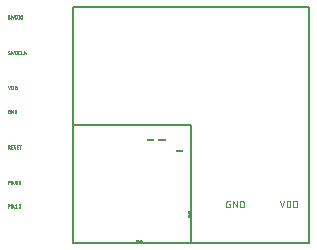
<source format=gbr>
G04 EAGLE Gerber X2 export*
%TF.Part,Single*%
%TF.FileFunction,Legend,Top,1*%
%TF.FilePolarity,Positive*%
%TF.GenerationSoftware,Autodesk,EAGLE,9.0.0*%
%TF.CreationDate,2018-06-20T01:15:49Z*%
G75*
%MOMM*%
%FSLAX34Y34*%
%LPD*%
%AMOC8*
5,1,8,0,0,1.08239X$1,22.5*%
G01*
%ADD10C,0.050800*%
%ADD11C,0.025400*%
%ADD12C,0.000000*%
%ADD13C,0.152400*%


D10*
X175254Y35842D02*
X177117Y30254D01*
X178979Y35842D01*
X181234Y35842D02*
X181234Y30254D01*
X181234Y35842D02*
X182786Y35842D01*
X182862Y35840D01*
X182938Y35835D01*
X183014Y35825D01*
X183089Y35812D01*
X183163Y35795D01*
X183237Y35775D01*
X183309Y35751D01*
X183380Y35724D01*
X183450Y35693D01*
X183518Y35659D01*
X183584Y35621D01*
X183648Y35580D01*
X183711Y35537D01*
X183771Y35490D01*
X183828Y35440D01*
X183883Y35387D01*
X183936Y35332D01*
X183986Y35275D01*
X184033Y35215D01*
X184076Y35152D01*
X184117Y35088D01*
X184155Y35022D01*
X184189Y34954D01*
X184220Y34884D01*
X184247Y34813D01*
X184271Y34740D01*
X184291Y34667D01*
X184308Y34593D01*
X184321Y34518D01*
X184331Y34442D01*
X184336Y34366D01*
X184338Y34290D01*
X184338Y31806D01*
X184336Y31727D01*
X184330Y31649D01*
X184320Y31571D01*
X184306Y31494D01*
X184288Y31417D01*
X184267Y31341D01*
X184241Y31267D01*
X184212Y31194D01*
X184179Y31123D01*
X184143Y31053D01*
X184103Y30985D01*
X184060Y30919D01*
X184013Y30856D01*
X183964Y30795D01*
X183911Y30737D01*
X183855Y30681D01*
X183797Y30628D01*
X183736Y30579D01*
X183673Y30532D01*
X183607Y30489D01*
X183539Y30449D01*
X183470Y30413D01*
X183398Y30380D01*
X183325Y30351D01*
X183251Y30325D01*
X183175Y30304D01*
X183098Y30286D01*
X183021Y30272D01*
X182943Y30262D01*
X182865Y30256D01*
X182786Y30254D01*
X181234Y30254D01*
X187086Y30254D02*
X187086Y35842D01*
X188638Y35842D01*
X188714Y35840D01*
X188790Y35835D01*
X188866Y35825D01*
X188941Y35812D01*
X189015Y35795D01*
X189089Y35775D01*
X189161Y35751D01*
X189232Y35724D01*
X189302Y35693D01*
X189370Y35659D01*
X189436Y35621D01*
X189500Y35580D01*
X189563Y35537D01*
X189623Y35490D01*
X189680Y35440D01*
X189735Y35387D01*
X189788Y35332D01*
X189838Y35275D01*
X189885Y35215D01*
X189928Y35152D01*
X189969Y35088D01*
X190007Y35022D01*
X190041Y34954D01*
X190072Y34884D01*
X190099Y34813D01*
X190123Y34740D01*
X190143Y34667D01*
X190160Y34593D01*
X190173Y34518D01*
X190183Y34442D01*
X190188Y34366D01*
X190190Y34290D01*
X190190Y31806D01*
X190188Y31727D01*
X190182Y31649D01*
X190172Y31571D01*
X190158Y31494D01*
X190140Y31417D01*
X190119Y31341D01*
X190093Y31267D01*
X190064Y31194D01*
X190031Y31123D01*
X189995Y31053D01*
X189955Y30985D01*
X189912Y30919D01*
X189865Y30856D01*
X189816Y30795D01*
X189763Y30737D01*
X189707Y30681D01*
X189649Y30628D01*
X189588Y30579D01*
X189525Y30532D01*
X189459Y30489D01*
X189391Y30449D01*
X189322Y30413D01*
X189250Y30380D01*
X189177Y30351D01*
X189103Y30325D01*
X189027Y30304D01*
X188950Y30286D01*
X188873Y30272D01*
X188795Y30262D01*
X188717Y30256D01*
X188638Y30254D01*
X187086Y30254D01*
X133358Y33358D02*
X132427Y33358D01*
X133358Y33358D02*
X133358Y30254D01*
X131496Y30254D01*
X131426Y30256D01*
X131357Y30262D01*
X131288Y30272D01*
X131220Y30285D01*
X131152Y30303D01*
X131086Y30324D01*
X131021Y30349D01*
X130957Y30377D01*
X130895Y30409D01*
X130835Y30444D01*
X130777Y30483D01*
X130722Y30525D01*
X130668Y30570D01*
X130618Y30618D01*
X130570Y30668D01*
X130525Y30722D01*
X130483Y30777D01*
X130444Y30835D01*
X130409Y30895D01*
X130377Y30957D01*
X130349Y31021D01*
X130324Y31086D01*
X130303Y31152D01*
X130285Y31220D01*
X130272Y31288D01*
X130262Y31357D01*
X130256Y31426D01*
X130254Y31496D01*
X130254Y34600D01*
X130256Y34670D01*
X130262Y34739D01*
X130272Y34808D01*
X130285Y34876D01*
X130303Y34944D01*
X130324Y35010D01*
X130349Y35075D01*
X130377Y35139D01*
X130409Y35201D01*
X130444Y35261D01*
X130483Y35319D01*
X130525Y35374D01*
X130570Y35428D01*
X130618Y35478D01*
X130668Y35526D01*
X130722Y35571D01*
X130777Y35613D01*
X130835Y35652D01*
X130895Y35687D01*
X130957Y35719D01*
X131021Y35747D01*
X131086Y35772D01*
X131152Y35793D01*
X131220Y35811D01*
X131288Y35824D01*
X131357Y35834D01*
X131426Y35840D01*
X131496Y35842D01*
X133358Y35842D01*
X136106Y35842D02*
X136106Y30254D01*
X139211Y30254D02*
X136106Y35842D01*
X139211Y35842D02*
X139211Y30254D01*
X141958Y30254D02*
X141958Y35842D01*
X143510Y35842D01*
X143586Y35840D01*
X143662Y35835D01*
X143738Y35825D01*
X143813Y35812D01*
X143887Y35795D01*
X143961Y35775D01*
X144033Y35751D01*
X144104Y35724D01*
X144174Y35693D01*
X144242Y35659D01*
X144308Y35621D01*
X144372Y35580D01*
X144435Y35537D01*
X144495Y35490D01*
X144552Y35440D01*
X144607Y35387D01*
X144660Y35332D01*
X144710Y35275D01*
X144757Y35215D01*
X144800Y35152D01*
X144841Y35088D01*
X144879Y35022D01*
X144913Y34954D01*
X144944Y34884D01*
X144971Y34813D01*
X144995Y34740D01*
X145015Y34667D01*
X145032Y34593D01*
X145045Y34518D01*
X145055Y34442D01*
X145060Y34366D01*
X145062Y34290D01*
X145063Y34290D02*
X145063Y31806D01*
X145062Y31806D02*
X145060Y31727D01*
X145054Y31649D01*
X145044Y31571D01*
X145030Y31494D01*
X145012Y31417D01*
X144991Y31341D01*
X144965Y31267D01*
X144936Y31194D01*
X144903Y31123D01*
X144867Y31053D01*
X144827Y30985D01*
X144784Y30919D01*
X144737Y30856D01*
X144688Y30795D01*
X144635Y30737D01*
X144579Y30681D01*
X144521Y30628D01*
X144460Y30579D01*
X144397Y30532D01*
X144331Y30489D01*
X144263Y30449D01*
X144194Y30413D01*
X144122Y30380D01*
X144049Y30351D01*
X143975Y30325D01*
X143899Y30304D01*
X143822Y30286D01*
X143745Y30272D01*
X143667Y30262D01*
X143589Y30256D01*
X143510Y30254D01*
X141958Y30254D01*
D11*
X-53321Y190748D02*
X-53323Y190699D01*
X-53329Y190651D01*
X-53338Y190603D01*
X-53351Y190556D01*
X-53368Y190510D01*
X-53389Y190466D01*
X-53413Y190424D01*
X-53440Y190383D01*
X-53470Y190345D01*
X-53503Y190309D01*
X-53539Y190276D01*
X-53577Y190246D01*
X-53618Y190218D01*
X-53660Y190195D01*
X-53704Y190174D01*
X-53750Y190157D01*
X-53797Y190144D01*
X-53845Y190135D01*
X-53893Y190129D01*
X-53942Y190127D01*
X-54011Y190129D01*
X-54080Y190134D01*
X-54148Y190143D01*
X-54216Y190156D01*
X-54283Y190172D01*
X-54350Y190192D01*
X-54415Y190215D01*
X-54478Y190242D01*
X-54541Y190271D01*
X-54601Y190305D01*
X-54660Y190341D01*
X-54717Y190380D01*
X-54771Y190422D01*
X-54824Y190467D01*
X-54874Y190515D01*
X-54796Y192300D02*
X-54794Y192349D01*
X-54788Y192397D01*
X-54779Y192445D01*
X-54766Y192492D01*
X-54749Y192538D01*
X-54728Y192582D01*
X-54704Y192624D01*
X-54677Y192665D01*
X-54647Y192703D01*
X-54614Y192739D01*
X-54578Y192772D01*
X-54540Y192802D01*
X-54499Y192829D01*
X-54457Y192853D01*
X-54413Y192874D01*
X-54367Y192891D01*
X-54320Y192904D01*
X-54272Y192913D01*
X-54224Y192919D01*
X-54175Y192921D01*
X-54113Y192919D01*
X-54050Y192914D01*
X-53989Y192906D01*
X-53927Y192894D01*
X-53867Y192879D01*
X-53807Y192861D01*
X-53748Y192840D01*
X-53691Y192816D01*
X-53635Y192788D01*
X-53580Y192758D01*
X-53528Y192724D01*
X-53477Y192688D01*
X-54485Y191756D02*
X-54525Y191782D01*
X-54562Y191810D01*
X-54597Y191840D01*
X-54630Y191874D01*
X-54661Y191909D01*
X-54688Y191947D01*
X-54713Y191987D01*
X-54735Y192028D01*
X-54753Y192071D01*
X-54768Y192116D01*
X-54780Y192161D01*
X-54789Y192207D01*
X-54794Y192253D01*
X-54796Y192300D01*
X-53631Y191292D02*
X-53591Y191266D01*
X-53554Y191238D01*
X-53519Y191208D01*
X-53486Y191174D01*
X-53455Y191139D01*
X-53428Y191101D01*
X-53403Y191061D01*
X-53381Y191020D01*
X-53363Y190977D01*
X-53348Y190932D01*
X-53336Y190887D01*
X-53327Y190841D01*
X-53322Y190795D01*
X-53320Y190748D01*
X-53631Y191291D02*
X-54485Y191757D01*
X-52321Y192921D02*
X-51700Y190127D01*
X-51079Y191990D01*
X-50459Y190127D01*
X-49838Y192921D01*
X-48655Y192921D02*
X-48655Y190127D01*
X-48655Y192921D02*
X-47879Y192921D01*
X-47824Y192919D01*
X-47769Y192913D01*
X-47714Y192903D01*
X-47660Y192890D01*
X-47608Y192872D01*
X-47557Y192851D01*
X-47507Y192826D01*
X-47459Y192798D01*
X-47414Y192766D01*
X-47371Y192731D01*
X-47330Y192694D01*
X-47293Y192653D01*
X-47258Y192610D01*
X-47226Y192565D01*
X-47198Y192517D01*
X-47173Y192467D01*
X-47152Y192416D01*
X-47134Y192364D01*
X-47121Y192310D01*
X-47111Y192255D01*
X-47105Y192200D01*
X-47103Y192145D01*
X-47103Y190903D01*
X-47105Y190848D01*
X-47111Y190793D01*
X-47121Y190738D01*
X-47134Y190684D01*
X-47152Y190632D01*
X-47173Y190581D01*
X-47198Y190531D01*
X-47226Y190483D01*
X-47258Y190438D01*
X-47293Y190395D01*
X-47330Y190354D01*
X-47371Y190317D01*
X-47414Y190282D01*
X-47459Y190250D01*
X-47507Y190222D01*
X-47557Y190197D01*
X-47608Y190176D01*
X-47660Y190158D01*
X-47714Y190145D01*
X-47769Y190135D01*
X-47824Y190129D01*
X-47879Y190127D01*
X-48655Y190127D01*
X-45593Y190127D02*
X-45593Y192921D01*
X-45903Y190127D02*
X-45283Y190127D01*
X-45283Y192921D02*
X-45903Y192921D01*
X-44175Y192145D02*
X-44175Y190903D01*
X-44174Y192145D02*
X-44172Y192200D01*
X-44166Y192255D01*
X-44156Y192310D01*
X-44143Y192364D01*
X-44125Y192416D01*
X-44104Y192467D01*
X-44079Y192517D01*
X-44051Y192565D01*
X-44019Y192610D01*
X-43984Y192653D01*
X-43947Y192694D01*
X-43906Y192731D01*
X-43863Y192766D01*
X-43818Y192798D01*
X-43770Y192826D01*
X-43720Y192851D01*
X-43669Y192872D01*
X-43617Y192890D01*
X-43563Y192903D01*
X-43508Y192913D01*
X-43453Y192919D01*
X-43398Y192921D01*
X-43343Y192919D01*
X-43288Y192913D01*
X-43233Y192903D01*
X-43179Y192890D01*
X-43127Y192872D01*
X-43076Y192851D01*
X-43026Y192826D01*
X-42978Y192798D01*
X-42933Y192766D01*
X-42890Y192731D01*
X-42849Y192694D01*
X-42812Y192653D01*
X-42777Y192610D01*
X-42745Y192565D01*
X-42717Y192517D01*
X-42692Y192467D01*
X-42671Y192416D01*
X-42653Y192364D01*
X-42640Y192310D01*
X-42630Y192255D01*
X-42624Y192200D01*
X-42622Y192145D01*
X-42622Y190903D01*
X-42624Y190848D01*
X-42630Y190793D01*
X-42640Y190738D01*
X-42653Y190684D01*
X-42671Y190632D01*
X-42692Y190581D01*
X-42717Y190531D01*
X-42745Y190483D01*
X-42777Y190438D01*
X-42812Y190395D01*
X-42849Y190354D01*
X-42890Y190317D01*
X-42933Y190282D01*
X-42978Y190250D01*
X-43026Y190222D01*
X-43076Y190197D01*
X-43127Y190176D01*
X-43179Y190158D01*
X-43233Y190145D01*
X-43288Y190135D01*
X-43343Y190129D01*
X-43398Y190127D01*
X-43453Y190129D01*
X-43508Y190135D01*
X-43563Y190145D01*
X-43617Y190158D01*
X-43669Y190176D01*
X-43720Y190197D01*
X-43770Y190222D01*
X-43818Y190250D01*
X-43863Y190282D01*
X-43906Y190317D01*
X-43947Y190354D01*
X-43984Y190395D01*
X-44019Y190438D01*
X-44051Y190483D01*
X-44079Y190531D01*
X-44104Y190581D01*
X-44125Y190632D01*
X-44143Y190684D01*
X-44156Y190738D01*
X-44166Y190793D01*
X-44172Y190848D01*
X-44174Y190903D01*
X-53321Y160748D02*
X-53323Y160699D01*
X-53329Y160651D01*
X-53338Y160603D01*
X-53351Y160556D01*
X-53368Y160510D01*
X-53389Y160466D01*
X-53413Y160424D01*
X-53440Y160383D01*
X-53470Y160345D01*
X-53503Y160309D01*
X-53539Y160276D01*
X-53577Y160246D01*
X-53618Y160218D01*
X-53660Y160195D01*
X-53704Y160174D01*
X-53750Y160157D01*
X-53797Y160144D01*
X-53845Y160135D01*
X-53893Y160129D01*
X-53942Y160127D01*
X-54011Y160129D01*
X-54080Y160134D01*
X-54148Y160143D01*
X-54216Y160156D01*
X-54283Y160172D01*
X-54350Y160192D01*
X-54415Y160215D01*
X-54478Y160242D01*
X-54541Y160271D01*
X-54601Y160305D01*
X-54660Y160341D01*
X-54717Y160380D01*
X-54771Y160422D01*
X-54824Y160467D01*
X-54874Y160515D01*
X-54796Y162300D02*
X-54794Y162349D01*
X-54788Y162397D01*
X-54779Y162445D01*
X-54766Y162492D01*
X-54749Y162538D01*
X-54728Y162582D01*
X-54704Y162624D01*
X-54677Y162665D01*
X-54647Y162703D01*
X-54614Y162739D01*
X-54578Y162772D01*
X-54540Y162802D01*
X-54499Y162829D01*
X-54457Y162853D01*
X-54413Y162874D01*
X-54367Y162891D01*
X-54320Y162904D01*
X-54272Y162913D01*
X-54224Y162919D01*
X-54175Y162921D01*
X-54113Y162919D01*
X-54050Y162914D01*
X-53989Y162906D01*
X-53927Y162894D01*
X-53867Y162879D01*
X-53807Y162861D01*
X-53748Y162840D01*
X-53691Y162816D01*
X-53635Y162788D01*
X-53580Y162758D01*
X-53528Y162724D01*
X-53477Y162688D01*
X-54485Y161756D02*
X-54525Y161782D01*
X-54562Y161810D01*
X-54597Y161840D01*
X-54630Y161874D01*
X-54661Y161909D01*
X-54688Y161947D01*
X-54713Y161987D01*
X-54735Y162028D01*
X-54753Y162071D01*
X-54768Y162116D01*
X-54780Y162161D01*
X-54789Y162207D01*
X-54794Y162253D01*
X-54796Y162300D01*
X-53631Y161292D02*
X-53591Y161266D01*
X-53554Y161238D01*
X-53519Y161208D01*
X-53486Y161174D01*
X-53455Y161139D01*
X-53428Y161101D01*
X-53403Y161061D01*
X-53381Y161020D01*
X-53363Y160977D01*
X-53348Y160932D01*
X-53336Y160887D01*
X-53327Y160841D01*
X-53322Y160795D01*
X-53320Y160748D01*
X-53631Y161291D02*
X-54485Y161757D01*
X-52321Y162921D02*
X-51700Y160127D01*
X-51079Y161990D01*
X-50459Y160127D01*
X-49838Y162921D01*
X-48655Y162921D02*
X-48655Y160127D01*
X-48655Y162921D02*
X-47879Y162921D01*
X-47824Y162919D01*
X-47769Y162913D01*
X-47714Y162903D01*
X-47660Y162890D01*
X-47608Y162872D01*
X-47557Y162851D01*
X-47507Y162826D01*
X-47459Y162798D01*
X-47414Y162766D01*
X-47371Y162731D01*
X-47330Y162694D01*
X-47293Y162653D01*
X-47258Y162610D01*
X-47226Y162565D01*
X-47198Y162517D01*
X-47173Y162467D01*
X-47152Y162416D01*
X-47134Y162364D01*
X-47121Y162310D01*
X-47111Y162255D01*
X-47105Y162200D01*
X-47103Y162145D01*
X-47103Y160903D01*
X-47105Y160848D01*
X-47111Y160793D01*
X-47121Y160738D01*
X-47134Y160684D01*
X-47152Y160632D01*
X-47173Y160581D01*
X-47198Y160531D01*
X-47226Y160483D01*
X-47258Y160438D01*
X-47293Y160395D01*
X-47330Y160354D01*
X-47371Y160317D01*
X-47414Y160282D01*
X-47459Y160250D01*
X-47507Y160222D01*
X-47557Y160197D01*
X-47608Y160176D01*
X-47660Y160158D01*
X-47714Y160145D01*
X-47769Y160135D01*
X-47824Y160129D01*
X-47879Y160127D01*
X-48655Y160127D01*
X-45208Y160127D02*
X-44587Y160127D01*
X-45208Y160127D02*
X-45257Y160129D01*
X-45305Y160135D01*
X-45353Y160144D01*
X-45400Y160157D01*
X-45446Y160174D01*
X-45490Y160195D01*
X-45532Y160219D01*
X-45573Y160246D01*
X-45611Y160276D01*
X-45647Y160309D01*
X-45680Y160345D01*
X-45710Y160383D01*
X-45737Y160424D01*
X-45761Y160466D01*
X-45782Y160510D01*
X-45799Y160556D01*
X-45812Y160603D01*
X-45821Y160651D01*
X-45827Y160699D01*
X-45829Y160748D01*
X-45829Y162300D01*
X-45827Y162349D01*
X-45821Y162397D01*
X-45812Y162445D01*
X-45799Y162492D01*
X-45782Y162538D01*
X-45761Y162582D01*
X-45737Y162624D01*
X-45710Y162665D01*
X-45680Y162703D01*
X-45647Y162739D01*
X-45611Y162772D01*
X-45573Y162802D01*
X-45532Y162829D01*
X-45490Y162853D01*
X-45446Y162874D01*
X-45400Y162891D01*
X-45353Y162904D01*
X-45305Y162913D01*
X-45257Y162919D01*
X-45208Y162921D01*
X-44587Y162921D01*
X-43438Y162921D02*
X-43438Y160127D01*
X-42196Y160127D01*
X-41024Y160127D02*
X-41024Y162921D01*
X-39472Y162921D02*
X-41024Y161214D01*
X-40403Y161834D02*
X-39472Y160127D01*
X-54873Y132921D02*
X-53942Y130127D01*
X-53010Y132921D01*
X-51883Y132921D02*
X-51883Y130127D01*
X-51883Y132921D02*
X-51107Y132921D01*
X-51052Y132919D01*
X-50997Y132913D01*
X-50942Y132903D01*
X-50888Y132890D01*
X-50836Y132872D01*
X-50785Y132851D01*
X-50735Y132826D01*
X-50687Y132798D01*
X-50642Y132766D01*
X-50599Y132731D01*
X-50558Y132694D01*
X-50521Y132653D01*
X-50486Y132610D01*
X-50454Y132565D01*
X-50426Y132517D01*
X-50401Y132467D01*
X-50380Y132416D01*
X-50362Y132364D01*
X-50349Y132310D01*
X-50339Y132255D01*
X-50333Y132200D01*
X-50331Y132145D01*
X-50331Y130903D01*
X-50333Y130848D01*
X-50339Y130793D01*
X-50349Y130738D01*
X-50362Y130684D01*
X-50380Y130632D01*
X-50401Y130581D01*
X-50426Y130531D01*
X-50454Y130483D01*
X-50486Y130438D01*
X-50521Y130395D01*
X-50558Y130354D01*
X-50599Y130317D01*
X-50642Y130282D01*
X-50687Y130250D01*
X-50735Y130222D01*
X-50785Y130197D01*
X-50836Y130176D01*
X-50888Y130158D01*
X-50942Y130145D01*
X-50997Y130135D01*
X-51052Y130129D01*
X-51107Y130127D01*
X-51883Y130127D01*
X-48957Y130127D02*
X-48957Y132921D01*
X-48181Y132921D01*
X-48126Y132919D01*
X-48071Y132913D01*
X-48016Y132903D01*
X-47962Y132890D01*
X-47910Y132872D01*
X-47859Y132851D01*
X-47809Y132826D01*
X-47761Y132798D01*
X-47716Y132766D01*
X-47673Y132731D01*
X-47632Y132694D01*
X-47595Y132653D01*
X-47560Y132610D01*
X-47528Y132565D01*
X-47500Y132517D01*
X-47475Y132467D01*
X-47454Y132416D01*
X-47436Y132364D01*
X-47423Y132310D01*
X-47413Y132255D01*
X-47407Y132200D01*
X-47405Y132145D01*
X-47405Y130903D01*
X-47407Y130848D01*
X-47413Y130793D01*
X-47423Y130738D01*
X-47436Y130684D01*
X-47454Y130632D01*
X-47475Y130581D01*
X-47500Y130531D01*
X-47528Y130483D01*
X-47560Y130438D01*
X-47595Y130395D01*
X-47632Y130354D01*
X-47673Y130317D01*
X-47716Y130282D01*
X-47761Y130250D01*
X-47809Y130222D01*
X-47859Y130197D01*
X-47910Y130176D01*
X-47962Y130158D01*
X-48016Y130145D01*
X-48071Y130135D01*
X-48126Y130129D01*
X-48181Y130127D01*
X-48957Y130127D01*
X-53321Y111679D02*
X-53786Y111679D01*
X-53321Y111679D02*
X-53321Y110127D01*
X-54252Y110127D01*
X-54301Y110129D01*
X-54349Y110135D01*
X-54397Y110144D01*
X-54444Y110157D01*
X-54490Y110174D01*
X-54534Y110195D01*
X-54576Y110219D01*
X-54617Y110246D01*
X-54655Y110276D01*
X-54691Y110309D01*
X-54724Y110345D01*
X-54754Y110383D01*
X-54781Y110424D01*
X-54805Y110466D01*
X-54826Y110510D01*
X-54843Y110556D01*
X-54856Y110603D01*
X-54865Y110651D01*
X-54871Y110699D01*
X-54873Y110748D01*
X-54873Y112300D01*
X-54871Y112349D01*
X-54865Y112397D01*
X-54856Y112445D01*
X-54843Y112492D01*
X-54826Y112538D01*
X-54805Y112582D01*
X-54781Y112624D01*
X-54754Y112665D01*
X-54724Y112703D01*
X-54691Y112739D01*
X-54655Y112772D01*
X-54617Y112802D01*
X-54576Y112829D01*
X-54534Y112853D01*
X-54490Y112874D01*
X-54444Y112891D01*
X-54397Y112904D01*
X-54349Y112913D01*
X-54301Y112919D01*
X-54252Y112921D01*
X-53321Y112921D01*
X-51947Y112921D02*
X-51947Y110127D01*
X-50395Y110127D02*
X-51947Y112921D01*
X-50395Y112921D02*
X-50395Y110127D01*
X-49021Y110127D02*
X-49021Y112921D01*
X-48245Y112921D01*
X-48190Y112919D01*
X-48135Y112913D01*
X-48080Y112903D01*
X-48026Y112890D01*
X-47974Y112872D01*
X-47923Y112851D01*
X-47873Y112826D01*
X-47825Y112798D01*
X-47780Y112766D01*
X-47737Y112731D01*
X-47696Y112694D01*
X-47659Y112653D01*
X-47624Y112610D01*
X-47592Y112565D01*
X-47564Y112517D01*
X-47539Y112467D01*
X-47518Y112416D01*
X-47500Y112364D01*
X-47487Y112310D01*
X-47477Y112255D01*
X-47471Y112200D01*
X-47469Y112145D01*
X-47469Y110903D01*
X-47471Y110848D01*
X-47477Y110793D01*
X-47487Y110738D01*
X-47500Y110684D01*
X-47518Y110632D01*
X-47539Y110581D01*
X-47564Y110531D01*
X-47592Y110483D01*
X-47624Y110438D01*
X-47659Y110395D01*
X-47696Y110354D01*
X-47737Y110317D01*
X-47780Y110282D01*
X-47825Y110250D01*
X-47873Y110222D01*
X-47923Y110197D01*
X-47974Y110176D01*
X-48026Y110158D01*
X-48080Y110145D01*
X-48135Y110135D01*
X-48190Y110129D01*
X-48245Y110127D01*
X-49021Y110127D01*
X-54873Y82921D02*
X-54873Y80127D01*
X-54873Y82921D02*
X-54097Y82921D01*
X-54042Y82919D01*
X-53987Y82913D01*
X-53932Y82903D01*
X-53878Y82890D01*
X-53826Y82872D01*
X-53775Y82851D01*
X-53725Y82826D01*
X-53677Y82798D01*
X-53632Y82766D01*
X-53589Y82731D01*
X-53548Y82694D01*
X-53511Y82653D01*
X-53476Y82610D01*
X-53444Y82565D01*
X-53416Y82517D01*
X-53391Y82467D01*
X-53370Y82416D01*
X-53352Y82364D01*
X-53339Y82310D01*
X-53329Y82255D01*
X-53323Y82200D01*
X-53321Y82145D01*
X-53323Y82090D01*
X-53329Y82035D01*
X-53339Y81980D01*
X-53352Y81926D01*
X-53370Y81874D01*
X-53391Y81823D01*
X-53416Y81773D01*
X-53444Y81725D01*
X-53476Y81680D01*
X-53511Y81637D01*
X-53548Y81596D01*
X-53589Y81559D01*
X-53632Y81524D01*
X-53677Y81492D01*
X-53725Y81464D01*
X-53775Y81439D01*
X-53826Y81418D01*
X-53878Y81400D01*
X-53932Y81387D01*
X-53987Y81377D01*
X-54042Y81371D01*
X-54097Y81369D01*
X-54873Y81369D01*
X-53942Y81369D02*
X-53321Y80127D01*
X-52051Y80127D02*
X-50809Y80127D01*
X-52051Y80127D02*
X-52051Y82921D01*
X-50809Y82921D01*
X-51120Y81679D02*
X-52051Y81679D01*
X-48931Y80127D02*
X-48882Y80129D01*
X-48834Y80135D01*
X-48786Y80144D01*
X-48739Y80157D01*
X-48693Y80174D01*
X-48649Y80195D01*
X-48607Y80218D01*
X-48566Y80246D01*
X-48528Y80276D01*
X-48492Y80309D01*
X-48459Y80345D01*
X-48429Y80383D01*
X-48402Y80424D01*
X-48378Y80466D01*
X-48357Y80510D01*
X-48340Y80556D01*
X-48327Y80603D01*
X-48318Y80651D01*
X-48312Y80699D01*
X-48310Y80748D01*
X-48931Y80127D02*
X-49000Y80129D01*
X-49069Y80134D01*
X-49137Y80143D01*
X-49205Y80156D01*
X-49272Y80172D01*
X-49339Y80192D01*
X-49404Y80215D01*
X-49467Y80242D01*
X-49530Y80271D01*
X-49590Y80305D01*
X-49649Y80341D01*
X-49706Y80380D01*
X-49760Y80422D01*
X-49813Y80467D01*
X-49863Y80515D01*
X-49784Y82300D02*
X-49782Y82349D01*
X-49776Y82397D01*
X-49767Y82445D01*
X-49754Y82492D01*
X-49737Y82538D01*
X-49716Y82582D01*
X-49692Y82624D01*
X-49665Y82665D01*
X-49635Y82703D01*
X-49602Y82739D01*
X-49566Y82772D01*
X-49528Y82802D01*
X-49487Y82829D01*
X-49445Y82853D01*
X-49401Y82874D01*
X-49355Y82891D01*
X-49308Y82904D01*
X-49260Y82913D01*
X-49212Y82919D01*
X-49163Y82921D01*
X-49101Y82919D01*
X-49038Y82914D01*
X-48977Y82906D01*
X-48915Y82894D01*
X-48855Y82879D01*
X-48795Y82861D01*
X-48736Y82840D01*
X-48679Y82816D01*
X-48623Y82788D01*
X-48568Y82758D01*
X-48516Y82724D01*
X-48465Y82688D01*
X-49474Y81756D02*
X-49514Y81782D01*
X-49551Y81810D01*
X-49586Y81840D01*
X-49619Y81874D01*
X-49650Y81909D01*
X-49677Y81947D01*
X-49702Y81987D01*
X-49724Y82028D01*
X-49742Y82071D01*
X-49757Y82116D01*
X-49769Y82161D01*
X-49778Y82207D01*
X-49783Y82253D01*
X-49785Y82300D01*
X-48620Y81292D02*
X-48580Y81266D01*
X-48543Y81238D01*
X-48508Y81208D01*
X-48475Y81174D01*
X-48444Y81139D01*
X-48417Y81101D01*
X-48392Y81061D01*
X-48370Y81020D01*
X-48352Y80977D01*
X-48337Y80932D01*
X-48325Y80887D01*
X-48316Y80841D01*
X-48311Y80795D01*
X-48309Y80748D01*
X-48620Y81291D02*
X-49474Y81757D01*
X-47113Y80127D02*
X-45871Y80127D01*
X-47113Y80127D02*
X-47113Y82921D01*
X-45871Y82921D01*
X-46182Y81679D02*
X-47113Y81679D01*
X-44240Y82921D02*
X-44240Y80127D01*
X-45016Y82921D02*
X-43463Y82921D01*
X-54873Y52921D02*
X-54873Y50127D01*
X-54873Y52921D02*
X-54097Y52921D01*
X-54042Y52919D01*
X-53987Y52913D01*
X-53932Y52903D01*
X-53878Y52890D01*
X-53826Y52872D01*
X-53775Y52851D01*
X-53725Y52826D01*
X-53677Y52798D01*
X-53632Y52766D01*
X-53589Y52731D01*
X-53548Y52694D01*
X-53511Y52653D01*
X-53476Y52610D01*
X-53444Y52565D01*
X-53416Y52517D01*
X-53391Y52467D01*
X-53370Y52416D01*
X-53352Y52364D01*
X-53339Y52310D01*
X-53329Y52255D01*
X-53323Y52200D01*
X-53321Y52145D01*
X-53323Y52090D01*
X-53329Y52035D01*
X-53339Y51980D01*
X-53352Y51926D01*
X-53370Y51874D01*
X-53391Y51823D01*
X-53416Y51773D01*
X-53444Y51725D01*
X-53476Y51680D01*
X-53511Y51637D01*
X-53548Y51596D01*
X-53589Y51559D01*
X-53632Y51524D01*
X-53677Y51492D01*
X-53725Y51464D01*
X-53775Y51439D01*
X-53826Y51418D01*
X-53878Y51400D01*
X-53932Y51387D01*
X-53987Y51377D01*
X-54042Y51371D01*
X-54097Y51369D01*
X-54873Y51369D01*
X-52263Y51524D02*
X-52261Y51619D01*
X-52255Y51714D01*
X-52245Y51808D01*
X-52232Y51902D01*
X-52214Y51995D01*
X-52193Y52088D01*
X-52168Y52180D01*
X-52139Y52270D01*
X-52106Y52359D01*
X-52070Y52447D01*
X-52030Y52533D01*
X-52014Y52575D01*
X-51995Y52615D01*
X-51972Y52653D01*
X-51947Y52690D01*
X-51919Y52725D01*
X-51889Y52757D01*
X-51856Y52787D01*
X-51821Y52814D01*
X-51783Y52839D01*
X-51744Y52860D01*
X-51704Y52878D01*
X-51662Y52894D01*
X-51619Y52906D01*
X-51576Y52914D01*
X-51531Y52919D01*
X-51487Y52921D01*
X-51443Y52919D01*
X-51398Y52914D01*
X-51355Y52906D01*
X-51312Y52894D01*
X-51270Y52878D01*
X-51230Y52860D01*
X-51191Y52839D01*
X-51153Y52814D01*
X-51118Y52787D01*
X-51085Y52757D01*
X-51055Y52725D01*
X-51027Y52690D01*
X-51002Y52653D01*
X-50979Y52615D01*
X-50960Y52575D01*
X-50944Y52533D01*
X-50904Y52447D01*
X-50868Y52359D01*
X-50835Y52270D01*
X-50806Y52179D01*
X-50781Y52088D01*
X-50760Y51995D01*
X-50742Y51902D01*
X-50729Y51808D01*
X-50719Y51714D01*
X-50713Y51619D01*
X-50711Y51524D01*
X-52263Y51524D02*
X-52261Y51429D01*
X-52255Y51334D01*
X-52245Y51240D01*
X-52232Y51146D01*
X-52214Y51053D01*
X-52193Y50960D01*
X-52168Y50869D01*
X-52139Y50778D01*
X-52106Y50689D01*
X-52070Y50601D01*
X-52030Y50515D01*
X-52014Y50473D01*
X-51995Y50433D01*
X-51972Y50395D01*
X-51947Y50358D01*
X-51919Y50323D01*
X-51889Y50291D01*
X-51856Y50261D01*
X-51821Y50234D01*
X-51783Y50209D01*
X-51744Y50188D01*
X-51704Y50170D01*
X-51662Y50154D01*
X-51619Y50142D01*
X-51576Y50134D01*
X-51531Y50129D01*
X-51487Y50127D01*
X-50943Y50515D02*
X-50903Y50601D01*
X-50867Y50689D01*
X-50834Y50778D01*
X-50805Y50868D01*
X-50780Y50960D01*
X-50759Y51053D01*
X-50741Y51146D01*
X-50728Y51240D01*
X-50718Y51334D01*
X-50712Y51429D01*
X-50710Y51524D01*
X-50944Y50515D02*
X-50960Y50473D01*
X-50979Y50433D01*
X-51002Y50395D01*
X-51027Y50358D01*
X-51055Y50323D01*
X-51085Y50291D01*
X-51118Y50261D01*
X-51153Y50234D01*
X-51191Y50209D01*
X-51230Y50188D01*
X-51270Y50170D01*
X-51312Y50154D01*
X-51355Y50142D01*
X-51398Y50134D01*
X-51443Y50129D01*
X-51487Y50127D01*
X-52108Y50748D02*
X-50866Y52300D01*
X-49644Y50282D02*
X-49644Y50127D01*
X-49644Y50282D02*
X-49489Y50282D01*
X-49489Y50127D01*
X-49644Y50127D01*
X-48423Y51524D02*
X-48421Y51619D01*
X-48415Y51714D01*
X-48405Y51808D01*
X-48392Y51902D01*
X-48374Y51995D01*
X-48353Y52088D01*
X-48328Y52180D01*
X-48299Y52270D01*
X-48266Y52359D01*
X-48230Y52447D01*
X-48190Y52533D01*
X-48189Y52533D02*
X-48173Y52575D01*
X-48154Y52615D01*
X-48131Y52653D01*
X-48106Y52690D01*
X-48078Y52725D01*
X-48048Y52757D01*
X-48015Y52787D01*
X-47980Y52814D01*
X-47942Y52839D01*
X-47903Y52860D01*
X-47863Y52878D01*
X-47821Y52894D01*
X-47778Y52906D01*
X-47735Y52914D01*
X-47690Y52919D01*
X-47646Y52921D01*
X-47602Y52919D01*
X-47557Y52914D01*
X-47514Y52906D01*
X-47471Y52894D01*
X-47429Y52878D01*
X-47389Y52860D01*
X-47350Y52839D01*
X-47312Y52814D01*
X-47277Y52787D01*
X-47244Y52757D01*
X-47214Y52725D01*
X-47186Y52690D01*
X-47161Y52653D01*
X-47138Y52615D01*
X-47119Y52575D01*
X-47103Y52533D01*
X-47063Y52447D01*
X-47027Y52359D01*
X-46994Y52270D01*
X-46965Y52179D01*
X-46940Y52088D01*
X-46919Y51995D01*
X-46901Y51902D01*
X-46888Y51808D01*
X-46878Y51714D01*
X-46872Y51619D01*
X-46870Y51524D01*
X-48422Y51524D02*
X-48420Y51429D01*
X-48414Y51334D01*
X-48404Y51240D01*
X-48391Y51146D01*
X-48373Y51053D01*
X-48352Y50960D01*
X-48327Y50869D01*
X-48298Y50778D01*
X-48265Y50689D01*
X-48229Y50601D01*
X-48189Y50515D01*
X-48173Y50473D01*
X-48154Y50433D01*
X-48131Y50395D01*
X-48106Y50358D01*
X-48078Y50323D01*
X-48048Y50291D01*
X-48015Y50261D01*
X-47980Y50234D01*
X-47942Y50209D01*
X-47903Y50188D01*
X-47863Y50170D01*
X-47821Y50154D01*
X-47778Y50142D01*
X-47735Y50134D01*
X-47690Y50129D01*
X-47646Y50127D01*
X-47103Y50515D02*
X-47063Y50601D01*
X-47027Y50689D01*
X-46994Y50778D01*
X-46965Y50868D01*
X-46940Y50960D01*
X-46919Y51053D01*
X-46901Y51146D01*
X-46888Y51240D01*
X-46878Y51334D01*
X-46872Y51429D01*
X-46870Y51524D01*
X-47103Y50515D02*
X-47119Y50473D01*
X-47138Y50433D01*
X-47161Y50395D01*
X-47186Y50358D01*
X-47214Y50323D01*
X-47244Y50291D01*
X-47277Y50261D01*
X-47312Y50234D01*
X-47350Y50209D01*
X-47389Y50188D01*
X-47429Y50170D01*
X-47471Y50154D01*
X-47514Y50142D01*
X-47557Y50134D01*
X-47602Y50129D01*
X-47646Y50127D01*
X-48267Y50748D02*
X-47025Y52300D01*
X-45679Y51679D02*
X-44748Y51679D01*
X-44699Y51677D01*
X-44651Y51671D01*
X-44603Y51662D01*
X-44556Y51649D01*
X-44510Y51632D01*
X-44466Y51611D01*
X-44424Y51587D01*
X-44383Y51560D01*
X-44345Y51530D01*
X-44309Y51497D01*
X-44276Y51461D01*
X-44246Y51423D01*
X-44219Y51382D01*
X-44195Y51340D01*
X-44174Y51296D01*
X-44157Y51250D01*
X-44144Y51203D01*
X-44135Y51155D01*
X-44129Y51107D01*
X-44127Y51058D01*
X-44127Y50903D01*
X-44129Y50848D01*
X-44135Y50793D01*
X-44145Y50738D01*
X-44158Y50684D01*
X-44176Y50632D01*
X-44197Y50581D01*
X-44222Y50531D01*
X-44250Y50483D01*
X-44282Y50438D01*
X-44317Y50395D01*
X-44354Y50354D01*
X-44395Y50317D01*
X-44438Y50282D01*
X-44483Y50250D01*
X-44531Y50222D01*
X-44581Y50197D01*
X-44632Y50176D01*
X-44684Y50158D01*
X-44738Y50145D01*
X-44793Y50135D01*
X-44848Y50129D01*
X-44903Y50127D01*
X-44958Y50129D01*
X-45013Y50135D01*
X-45068Y50145D01*
X-45122Y50158D01*
X-45174Y50176D01*
X-45225Y50197D01*
X-45275Y50222D01*
X-45323Y50250D01*
X-45368Y50282D01*
X-45411Y50317D01*
X-45452Y50354D01*
X-45489Y50395D01*
X-45524Y50438D01*
X-45556Y50483D01*
X-45584Y50531D01*
X-45609Y50581D01*
X-45630Y50632D01*
X-45648Y50684D01*
X-45661Y50738D01*
X-45671Y50793D01*
X-45677Y50848D01*
X-45679Y50903D01*
X-45679Y51679D01*
X-45677Y51749D01*
X-45671Y51818D01*
X-45661Y51887D01*
X-45648Y51955D01*
X-45630Y52023D01*
X-45609Y52089D01*
X-45584Y52154D01*
X-45556Y52218D01*
X-45524Y52280D01*
X-45489Y52340D01*
X-45450Y52398D01*
X-45408Y52453D01*
X-45363Y52507D01*
X-45315Y52557D01*
X-45265Y52605D01*
X-45211Y52650D01*
X-45156Y52692D01*
X-45098Y52731D01*
X-45038Y52766D01*
X-44976Y52798D01*
X-44912Y52826D01*
X-44847Y52851D01*
X-44781Y52872D01*
X-44713Y52890D01*
X-44645Y52903D01*
X-44576Y52913D01*
X-44507Y52919D01*
X-44437Y52921D01*
X-54873Y32921D02*
X-54873Y30127D01*
X-54873Y32921D02*
X-54097Y32921D01*
X-54042Y32919D01*
X-53987Y32913D01*
X-53932Y32903D01*
X-53878Y32890D01*
X-53826Y32872D01*
X-53775Y32851D01*
X-53725Y32826D01*
X-53677Y32798D01*
X-53632Y32766D01*
X-53589Y32731D01*
X-53548Y32694D01*
X-53511Y32653D01*
X-53476Y32610D01*
X-53444Y32565D01*
X-53416Y32517D01*
X-53391Y32467D01*
X-53370Y32416D01*
X-53352Y32364D01*
X-53339Y32310D01*
X-53329Y32255D01*
X-53323Y32200D01*
X-53321Y32145D01*
X-53323Y32090D01*
X-53329Y32035D01*
X-53339Y31980D01*
X-53352Y31926D01*
X-53370Y31874D01*
X-53391Y31823D01*
X-53416Y31773D01*
X-53444Y31725D01*
X-53476Y31680D01*
X-53511Y31637D01*
X-53548Y31596D01*
X-53589Y31559D01*
X-53632Y31524D01*
X-53677Y31492D01*
X-53725Y31464D01*
X-53775Y31439D01*
X-53826Y31418D01*
X-53878Y31400D01*
X-53932Y31387D01*
X-53987Y31377D01*
X-54042Y31371D01*
X-54097Y31369D01*
X-54873Y31369D01*
X-52263Y31524D02*
X-52261Y31619D01*
X-52255Y31714D01*
X-52245Y31808D01*
X-52232Y31902D01*
X-52214Y31995D01*
X-52193Y32088D01*
X-52168Y32180D01*
X-52139Y32270D01*
X-52106Y32359D01*
X-52070Y32447D01*
X-52030Y32533D01*
X-52014Y32575D01*
X-51995Y32615D01*
X-51972Y32653D01*
X-51947Y32690D01*
X-51919Y32725D01*
X-51889Y32757D01*
X-51856Y32787D01*
X-51821Y32814D01*
X-51783Y32839D01*
X-51744Y32860D01*
X-51704Y32878D01*
X-51662Y32894D01*
X-51619Y32906D01*
X-51576Y32914D01*
X-51531Y32919D01*
X-51487Y32921D01*
X-51443Y32919D01*
X-51398Y32914D01*
X-51355Y32906D01*
X-51312Y32894D01*
X-51270Y32878D01*
X-51230Y32860D01*
X-51191Y32839D01*
X-51153Y32814D01*
X-51118Y32787D01*
X-51085Y32757D01*
X-51055Y32725D01*
X-51027Y32690D01*
X-51002Y32653D01*
X-50979Y32615D01*
X-50960Y32575D01*
X-50944Y32533D01*
X-50904Y32447D01*
X-50868Y32359D01*
X-50835Y32270D01*
X-50806Y32179D01*
X-50781Y32088D01*
X-50760Y31995D01*
X-50742Y31902D01*
X-50729Y31808D01*
X-50719Y31714D01*
X-50713Y31619D01*
X-50711Y31524D01*
X-52263Y31524D02*
X-52261Y31429D01*
X-52255Y31334D01*
X-52245Y31240D01*
X-52232Y31146D01*
X-52214Y31053D01*
X-52193Y30960D01*
X-52168Y30869D01*
X-52139Y30778D01*
X-52106Y30689D01*
X-52070Y30601D01*
X-52030Y30515D01*
X-52014Y30473D01*
X-51995Y30433D01*
X-51972Y30395D01*
X-51947Y30358D01*
X-51919Y30323D01*
X-51889Y30291D01*
X-51856Y30261D01*
X-51821Y30234D01*
X-51783Y30209D01*
X-51744Y30188D01*
X-51704Y30170D01*
X-51662Y30154D01*
X-51619Y30142D01*
X-51576Y30134D01*
X-51531Y30129D01*
X-51487Y30127D01*
X-50943Y30515D02*
X-50903Y30601D01*
X-50867Y30689D01*
X-50834Y30778D01*
X-50805Y30868D01*
X-50780Y30960D01*
X-50759Y31053D01*
X-50741Y31146D01*
X-50728Y31240D01*
X-50718Y31334D01*
X-50712Y31429D01*
X-50710Y31524D01*
X-50944Y30515D02*
X-50960Y30473D01*
X-50979Y30433D01*
X-51002Y30395D01*
X-51027Y30358D01*
X-51055Y30323D01*
X-51085Y30291D01*
X-51118Y30261D01*
X-51153Y30234D01*
X-51191Y30209D01*
X-51230Y30188D01*
X-51270Y30170D01*
X-51312Y30154D01*
X-51355Y30142D01*
X-51398Y30134D01*
X-51443Y30129D01*
X-51487Y30127D01*
X-52108Y30748D02*
X-50866Y32300D01*
X-49644Y30282D02*
X-49644Y30127D01*
X-49644Y30282D02*
X-49489Y30282D01*
X-49489Y30127D01*
X-49644Y30127D01*
X-48422Y32300D02*
X-47646Y32921D01*
X-47646Y30127D01*
X-48422Y30127D02*
X-46870Y30127D01*
X-44126Y32223D02*
X-44128Y32273D01*
X-44133Y32322D01*
X-44142Y32372D01*
X-44154Y32420D01*
X-44170Y32467D01*
X-44189Y32513D01*
X-44212Y32558D01*
X-44237Y32601D01*
X-44265Y32642D01*
X-44297Y32681D01*
X-44331Y32717D01*
X-44367Y32751D01*
X-44406Y32783D01*
X-44447Y32811D01*
X-44490Y32836D01*
X-44535Y32859D01*
X-44581Y32878D01*
X-44628Y32894D01*
X-44676Y32906D01*
X-44726Y32915D01*
X-44775Y32920D01*
X-44825Y32922D01*
X-44825Y32921D02*
X-44881Y32919D01*
X-44938Y32914D01*
X-44993Y32905D01*
X-45048Y32893D01*
X-45102Y32877D01*
X-45155Y32858D01*
X-45207Y32835D01*
X-45257Y32810D01*
X-45306Y32781D01*
X-45353Y32749D01*
X-45397Y32715D01*
X-45439Y32678D01*
X-45479Y32638D01*
X-45517Y32595D01*
X-45551Y32551D01*
X-45583Y32504D01*
X-45611Y32455D01*
X-45637Y32405D01*
X-45659Y32353D01*
X-45678Y32300D01*
X-44360Y31680D02*
X-44324Y31716D01*
X-44291Y31754D01*
X-44261Y31795D01*
X-44234Y31837D01*
X-44209Y31882D01*
X-44188Y31928D01*
X-44169Y31975D01*
X-44154Y32023D01*
X-44142Y32072D01*
X-44134Y32122D01*
X-44129Y32172D01*
X-44127Y32223D01*
X-44360Y31679D02*
X-45679Y30127D01*
X-44127Y30127D01*
D12*
X63417Y87000D02*
X63448Y87002D01*
X63479Y87007D01*
X63509Y87016D01*
X63538Y87028D01*
X63565Y87043D01*
X63590Y87061D01*
X63614Y87081D01*
X63634Y87105D01*
X63652Y87130D01*
X63667Y87157D01*
X63679Y87186D01*
X63688Y87216D01*
X63693Y87247D01*
X63695Y87278D01*
X63417Y87000D02*
X63371Y87002D01*
X63325Y87007D01*
X63279Y87016D01*
X63235Y87029D01*
X63191Y87045D01*
X63149Y87065D01*
X63109Y87087D01*
X63070Y87113D01*
X63034Y87142D01*
X63000Y87174D01*
X63034Y87972D02*
X63036Y88003D01*
X63041Y88034D01*
X63050Y88064D01*
X63062Y88093D01*
X63077Y88120D01*
X63095Y88145D01*
X63115Y88169D01*
X63139Y88189D01*
X63164Y88207D01*
X63191Y88222D01*
X63220Y88234D01*
X63250Y88243D01*
X63281Y88248D01*
X63312Y88250D01*
X63354Y88248D01*
X63396Y88243D01*
X63437Y88235D01*
X63477Y88223D01*
X63516Y88208D01*
X63554Y88190D01*
X63590Y88170D01*
X63625Y88146D01*
X63174Y87729D02*
X63147Y87747D01*
X63122Y87768D01*
X63100Y87792D01*
X63081Y87818D01*
X63064Y87846D01*
X63052Y87876D01*
X63042Y87908D01*
X63037Y87940D01*
X63035Y87972D01*
X63555Y87521D02*
X63582Y87503D01*
X63607Y87482D01*
X63629Y87458D01*
X63648Y87432D01*
X63665Y87404D01*
X63677Y87374D01*
X63687Y87342D01*
X63692Y87310D01*
X63694Y87278D01*
X63556Y87521D02*
X63174Y87729D01*
X64029Y88250D02*
X64307Y87000D01*
X64585Y87833D01*
X64862Y87000D01*
X65140Y88250D01*
X65550Y88250D02*
X65550Y87000D01*
X65550Y88250D02*
X65897Y88250D01*
X65933Y88248D01*
X65969Y88242D01*
X66004Y88233D01*
X66038Y88220D01*
X66071Y88204D01*
X66101Y88184D01*
X66129Y88161D01*
X66155Y88135D01*
X66178Y88107D01*
X66198Y88076D01*
X66214Y88044D01*
X66227Y88010D01*
X66236Y87975D01*
X66242Y87939D01*
X66244Y87903D01*
X66244Y87347D01*
X66242Y87311D01*
X66236Y87275D01*
X66227Y87240D01*
X66214Y87206D01*
X66198Y87174D01*
X66178Y87143D01*
X66155Y87115D01*
X66129Y87089D01*
X66101Y87066D01*
X66071Y87046D01*
X66038Y87030D01*
X66004Y87017D01*
X65969Y87008D01*
X65933Y87002D01*
X65897Y87000D01*
X65550Y87000D01*
X66835Y87000D02*
X66835Y88250D01*
X66696Y87000D02*
X66974Y87000D01*
X66974Y88250D02*
X66696Y88250D01*
X67387Y87903D02*
X67387Y87347D01*
X67388Y87903D02*
X67390Y87939D01*
X67396Y87975D01*
X67405Y88010D01*
X67418Y88044D01*
X67434Y88077D01*
X67454Y88107D01*
X67477Y88135D01*
X67503Y88161D01*
X67531Y88184D01*
X67562Y88204D01*
X67594Y88220D01*
X67628Y88233D01*
X67663Y88242D01*
X67699Y88248D01*
X67735Y88250D01*
X67771Y88248D01*
X67807Y88242D01*
X67842Y88233D01*
X67876Y88220D01*
X67909Y88204D01*
X67939Y88184D01*
X67967Y88161D01*
X67993Y88135D01*
X68016Y88107D01*
X68036Y88077D01*
X68052Y88044D01*
X68065Y88010D01*
X68074Y87975D01*
X68080Y87939D01*
X68082Y87903D01*
X68082Y87347D01*
X68080Y87311D01*
X68074Y87275D01*
X68065Y87240D01*
X68052Y87206D01*
X68036Y87174D01*
X68016Y87143D01*
X67993Y87115D01*
X67967Y87089D01*
X67939Y87066D01*
X67909Y87046D01*
X67876Y87030D01*
X67842Y87017D01*
X67807Y87008D01*
X67771Y87002D01*
X67735Y87000D01*
X67699Y87002D01*
X67663Y87008D01*
X67628Y87017D01*
X67594Y87030D01*
X67562Y87046D01*
X67531Y87066D01*
X67503Y87089D01*
X67477Y87115D01*
X67454Y87143D01*
X67434Y87174D01*
X67418Y87206D01*
X67405Y87240D01*
X67396Y87275D01*
X67390Y87311D01*
X67388Y87347D01*
X72417Y87000D02*
X72448Y87002D01*
X72479Y87007D01*
X72509Y87016D01*
X72538Y87028D01*
X72565Y87043D01*
X72590Y87061D01*
X72614Y87081D01*
X72634Y87105D01*
X72652Y87130D01*
X72667Y87157D01*
X72679Y87186D01*
X72688Y87216D01*
X72693Y87247D01*
X72695Y87278D01*
X72417Y87000D02*
X72371Y87002D01*
X72325Y87007D01*
X72279Y87016D01*
X72235Y87029D01*
X72191Y87045D01*
X72149Y87065D01*
X72109Y87087D01*
X72070Y87113D01*
X72034Y87142D01*
X72000Y87174D01*
X72034Y87972D02*
X72036Y88003D01*
X72041Y88034D01*
X72050Y88064D01*
X72062Y88093D01*
X72077Y88120D01*
X72095Y88145D01*
X72115Y88169D01*
X72139Y88189D01*
X72164Y88207D01*
X72191Y88222D01*
X72220Y88234D01*
X72250Y88243D01*
X72281Y88248D01*
X72312Y88250D01*
X72354Y88248D01*
X72396Y88243D01*
X72437Y88235D01*
X72477Y88223D01*
X72516Y88208D01*
X72554Y88190D01*
X72590Y88170D01*
X72625Y88146D01*
X72174Y87729D02*
X72147Y87747D01*
X72122Y87768D01*
X72100Y87792D01*
X72081Y87818D01*
X72064Y87846D01*
X72052Y87876D01*
X72042Y87908D01*
X72037Y87940D01*
X72035Y87972D01*
X72555Y87521D02*
X72582Y87503D01*
X72607Y87482D01*
X72629Y87458D01*
X72648Y87432D01*
X72665Y87404D01*
X72677Y87374D01*
X72687Y87342D01*
X72692Y87310D01*
X72694Y87278D01*
X72556Y87521D02*
X72174Y87729D01*
X73029Y88250D02*
X73307Y87000D01*
X73585Y87833D01*
X73862Y87000D01*
X74140Y88250D01*
X74550Y88250D02*
X74550Y87000D01*
X74550Y88250D02*
X74897Y88250D01*
X74933Y88248D01*
X74969Y88242D01*
X75004Y88233D01*
X75038Y88220D01*
X75071Y88204D01*
X75101Y88184D01*
X75129Y88161D01*
X75155Y88135D01*
X75178Y88107D01*
X75198Y88076D01*
X75214Y88044D01*
X75227Y88010D01*
X75236Y87975D01*
X75242Y87939D01*
X75244Y87903D01*
X75244Y87347D01*
X75242Y87311D01*
X75236Y87275D01*
X75227Y87240D01*
X75214Y87206D01*
X75198Y87174D01*
X75178Y87143D01*
X75155Y87115D01*
X75129Y87089D01*
X75101Y87066D01*
X75071Y87046D01*
X75038Y87030D01*
X75004Y87017D01*
X74969Y87008D01*
X74933Y87002D01*
X74897Y87000D01*
X74550Y87000D01*
X75989Y87000D02*
X76266Y87000D01*
X75989Y87000D02*
X75958Y87002D01*
X75927Y87007D01*
X75897Y87016D01*
X75868Y87028D01*
X75841Y87043D01*
X75816Y87061D01*
X75792Y87081D01*
X75772Y87105D01*
X75754Y87130D01*
X75739Y87157D01*
X75727Y87186D01*
X75718Y87216D01*
X75713Y87247D01*
X75711Y87278D01*
X75711Y87972D01*
X75713Y88003D01*
X75718Y88034D01*
X75727Y88064D01*
X75739Y88093D01*
X75754Y88120D01*
X75772Y88145D01*
X75792Y88169D01*
X75816Y88189D01*
X75841Y88207D01*
X75868Y88222D01*
X75897Y88234D01*
X75927Y88243D01*
X75958Y88248D01*
X75989Y88250D01*
X76266Y88250D01*
X76689Y88250D02*
X76689Y87000D01*
X77244Y87000D01*
X77671Y87000D02*
X77671Y88250D01*
X78365Y88250D02*
X77671Y87486D01*
X77948Y87764D02*
X78365Y87000D01*
X88000Y79250D02*
X88000Y78000D01*
X88000Y79250D02*
X88347Y79250D01*
X88383Y79248D01*
X88419Y79242D01*
X88454Y79233D01*
X88488Y79220D01*
X88521Y79204D01*
X88551Y79184D01*
X88579Y79161D01*
X88605Y79135D01*
X88628Y79107D01*
X88648Y79077D01*
X88664Y79044D01*
X88677Y79010D01*
X88686Y78975D01*
X88692Y78939D01*
X88694Y78903D01*
X88692Y78867D01*
X88686Y78831D01*
X88677Y78796D01*
X88664Y78762D01*
X88648Y78730D01*
X88628Y78699D01*
X88605Y78671D01*
X88579Y78645D01*
X88551Y78622D01*
X88521Y78602D01*
X88488Y78586D01*
X88454Y78573D01*
X88419Y78564D01*
X88383Y78558D01*
X88347Y78556D01*
X88000Y78556D01*
X88417Y78556D02*
X88694Y78000D01*
X89160Y78000D02*
X89716Y78000D01*
X89160Y78000D02*
X89160Y79250D01*
X89716Y79250D01*
X89577Y78694D02*
X89160Y78694D01*
X90476Y78000D02*
X90507Y78002D01*
X90538Y78007D01*
X90568Y78016D01*
X90597Y78028D01*
X90624Y78043D01*
X90649Y78061D01*
X90673Y78081D01*
X90693Y78105D01*
X90711Y78130D01*
X90726Y78157D01*
X90738Y78186D01*
X90747Y78216D01*
X90752Y78247D01*
X90754Y78278D01*
X90476Y78000D02*
X90430Y78002D01*
X90384Y78007D01*
X90338Y78016D01*
X90294Y78029D01*
X90250Y78045D01*
X90208Y78065D01*
X90168Y78087D01*
X90129Y78113D01*
X90093Y78142D01*
X90059Y78174D01*
X90093Y78972D02*
X90095Y79003D01*
X90100Y79034D01*
X90109Y79064D01*
X90121Y79093D01*
X90136Y79120D01*
X90154Y79145D01*
X90174Y79169D01*
X90198Y79189D01*
X90223Y79207D01*
X90250Y79222D01*
X90279Y79234D01*
X90309Y79243D01*
X90340Y79248D01*
X90371Y79250D01*
X90413Y79248D01*
X90455Y79243D01*
X90496Y79235D01*
X90536Y79223D01*
X90575Y79208D01*
X90613Y79190D01*
X90649Y79170D01*
X90684Y79146D01*
X90233Y78729D02*
X90206Y78747D01*
X90181Y78768D01*
X90159Y78792D01*
X90140Y78818D01*
X90123Y78846D01*
X90111Y78876D01*
X90101Y78908D01*
X90096Y78940D01*
X90094Y78972D01*
X90614Y78521D02*
X90641Y78503D01*
X90666Y78482D01*
X90688Y78458D01*
X90707Y78432D01*
X90724Y78404D01*
X90736Y78374D01*
X90746Y78342D01*
X90751Y78310D01*
X90753Y78278D01*
X90614Y78521D02*
X90232Y78729D01*
X91185Y78000D02*
X91740Y78000D01*
X91185Y78000D02*
X91185Y79250D01*
X91740Y79250D01*
X91602Y78694D02*
X91185Y78694D01*
X92394Y79250D02*
X92394Y78000D01*
X92046Y79250D02*
X92741Y79250D01*
X98000Y22526D02*
X99250Y22526D01*
X98000Y22526D02*
X98000Y22874D01*
X98002Y22910D01*
X98008Y22946D01*
X98017Y22981D01*
X98030Y23015D01*
X98046Y23048D01*
X98066Y23078D01*
X98089Y23106D01*
X98115Y23132D01*
X98143Y23155D01*
X98174Y23175D01*
X98206Y23191D01*
X98240Y23204D01*
X98275Y23213D01*
X98311Y23219D01*
X98347Y23221D01*
X98383Y23219D01*
X98419Y23213D01*
X98454Y23204D01*
X98488Y23191D01*
X98521Y23175D01*
X98551Y23155D01*
X98579Y23132D01*
X98605Y23106D01*
X98628Y23078D01*
X98648Y23048D01*
X98664Y23015D01*
X98677Y22981D01*
X98686Y22946D01*
X98692Y22910D01*
X98694Y22874D01*
X98694Y22526D01*
X98625Y23606D02*
X98567Y23608D01*
X98508Y23613D01*
X98451Y23621D01*
X98393Y23632D01*
X98337Y23647D01*
X98281Y23665D01*
X98227Y23686D01*
X98174Y23710D01*
X98147Y23721D01*
X98121Y23735D01*
X98098Y23751D01*
X98076Y23771D01*
X98057Y23792D01*
X98040Y23816D01*
X98026Y23841D01*
X98015Y23868D01*
X98007Y23896D01*
X98002Y23924D01*
X98000Y23953D01*
X98002Y23982D01*
X98007Y24010D01*
X98015Y24038D01*
X98026Y24065D01*
X98040Y24090D01*
X98057Y24114D01*
X98076Y24135D01*
X98098Y24155D01*
X98121Y24171D01*
X98147Y24185D01*
X98174Y24196D01*
X98227Y24220D01*
X98281Y24241D01*
X98337Y24259D01*
X98393Y24274D01*
X98451Y24285D01*
X98508Y24293D01*
X98567Y24298D01*
X98625Y24300D01*
X98625Y23606D02*
X98683Y23608D01*
X98742Y23613D01*
X98799Y23621D01*
X98857Y23632D01*
X98913Y23647D01*
X98969Y23665D01*
X99023Y23686D01*
X99076Y23710D01*
X99103Y23721D01*
X99129Y23735D01*
X99152Y23751D01*
X99174Y23771D01*
X99193Y23792D01*
X99210Y23816D01*
X99224Y23841D01*
X99235Y23868D01*
X99243Y23896D01*
X99248Y23924D01*
X99250Y23953D01*
X99076Y24196D02*
X99023Y24220D01*
X98969Y24241D01*
X98913Y24259D01*
X98857Y24274D01*
X98799Y24285D01*
X98742Y24293D01*
X98683Y24298D01*
X98625Y24300D01*
X99076Y24196D02*
X99103Y24185D01*
X99129Y24171D01*
X99152Y24155D01*
X99174Y24135D01*
X99193Y24114D01*
X99210Y24090D01*
X99224Y24065D01*
X99235Y24038D01*
X99243Y24010D01*
X99248Y23982D01*
X99250Y23953D01*
X98972Y23675D02*
X98278Y24231D01*
X99181Y24706D02*
X99250Y24706D01*
X99181Y24706D02*
X99181Y24775D01*
X99250Y24775D01*
X99250Y24706D01*
X98278Y25181D02*
X98000Y25528D01*
X99250Y25528D01*
X99250Y25181D02*
X99250Y25875D01*
X98313Y27001D02*
X98280Y26999D01*
X98248Y26994D01*
X98216Y26986D01*
X98186Y26974D01*
X98157Y26959D01*
X98129Y26941D01*
X98104Y26921D01*
X98080Y26897D01*
X98060Y26872D01*
X98042Y26845D01*
X98027Y26815D01*
X98015Y26785D01*
X98007Y26753D01*
X98002Y26721D01*
X98000Y26688D01*
X98002Y26649D01*
X98007Y26611D01*
X98017Y26573D01*
X98030Y26537D01*
X98046Y26502D01*
X98066Y26468D01*
X98088Y26437D01*
X98114Y26408D01*
X98143Y26381D01*
X98173Y26358D01*
X98206Y26337D01*
X98241Y26320D01*
X98277Y26306D01*
X98556Y26896D02*
X98532Y26919D01*
X98505Y26940D01*
X98476Y26958D01*
X98445Y26973D01*
X98413Y26985D01*
X98381Y26993D01*
X98347Y26998D01*
X98313Y27000D01*
X98556Y26896D02*
X99250Y26306D01*
X99250Y27000D01*
X54000Y2250D02*
X54000Y1000D01*
X54000Y2250D02*
X54347Y2250D01*
X54383Y2248D01*
X54419Y2242D01*
X54454Y2233D01*
X54488Y2220D01*
X54521Y2204D01*
X54551Y2184D01*
X54579Y2161D01*
X54605Y2135D01*
X54628Y2107D01*
X54648Y2076D01*
X54664Y2044D01*
X54677Y2010D01*
X54686Y1975D01*
X54692Y1939D01*
X54694Y1903D01*
X54692Y1867D01*
X54686Y1831D01*
X54677Y1796D01*
X54664Y1762D01*
X54648Y1729D01*
X54628Y1699D01*
X54605Y1671D01*
X54579Y1645D01*
X54551Y1622D01*
X54521Y1602D01*
X54488Y1586D01*
X54454Y1573D01*
X54419Y1564D01*
X54383Y1558D01*
X54347Y1556D01*
X54000Y1556D01*
X55079Y1625D02*
X55081Y1683D01*
X55086Y1742D01*
X55094Y1799D01*
X55105Y1857D01*
X55120Y1913D01*
X55138Y1969D01*
X55159Y2023D01*
X55183Y2076D01*
X55194Y2103D01*
X55208Y2129D01*
X55224Y2152D01*
X55244Y2174D01*
X55265Y2193D01*
X55289Y2210D01*
X55314Y2224D01*
X55341Y2235D01*
X55369Y2243D01*
X55397Y2248D01*
X55426Y2250D01*
X55455Y2248D01*
X55483Y2243D01*
X55511Y2235D01*
X55538Y2224D01*
X55563Y2210D01*
X55587Y2193D01*
X55608Y2174D01*
X55628Y2152D01*
X55644Y2129D01*
X55658Y2103D01*
X55669Y2076D01*
X55670Y2076D02*
X55694Y2023D01*
X55715Y1969D01*
X55733Y1913D01*
X55748Y1857D01*
X55759Y1799D01*
X55767Y1742D01*
X55772Y1683D01*
X55774Y1625D01*
X55079Y1625D02*
X55081Y1567D01*
X55086Y1508D01*
X55094Y1451D01*
X55105Y1393D01*
X55120Y1337D01*
X55138Y1281D01*
X55159Y1227D01*
X55183Y1174D01*
X55194Y1147D01*
X55208Y1121D01*
X55224Y1098D01*
X55244Y1076D01*
X55265Y1057D01*
X55289Y1040D01*
X55314Y1026D01*
X55341Y1015D01*
X55369Y1007D01*
X55397Y1002D01*
X55426Y1000D01*
X55670Y1174D02*
X55694Y1227D01*
X55715Y1281D01*
X55733Y1337D01*
X55748Y1393D01*
X55759Y1451D01*
X55767Y1508D01*
X55772Y1567D01*
X55774Y1625D01*
X55669Y1174D02*
X55658Y1147D01*
X55644Y1121D01*
X55628Y1098D01*
X55608Y1076D01*
X55587Y1057D01*
X55563Y1040D01*
X55538Y1026D01*
X55511Y1015D01*
X55483Y1007D01*
X55455Y1002D01*
X55426Y1000D01*
X55149Y1278D02*
X55704Y1972D01*
X56179Y1069D02*
X56179Y1000D01*
X56179Y1069D02*
X56249Y1069D01*
X56249Y1000D01*
X56179Y1000D01*
X56654Y1625D02*
X56656Y1683D01*
X56661Y1742D01*
X56669Y1799D01*
X56680Y1857D01*
X56695Y1913D01*
X56713Y1969D01*
X56734Y2023D01*
X56758Y2076D01*
X56769Y2103D01*
X56783Y2129D01*
X56799Y2152D01*
X56819Y2174D01*
X56840Y2193D01*
X56864Y2210D01*
X56889Y2224D01*
X56916Y2235D01*
X56944Y2243D01*
X56972Y2248D01*
X57001Y2250D01*
X57030Y2248D01*
X57058Y2243D01*
X57086Y2235D01*
X57113Y2224D01*
X57138Y2210D01*
X57162Y2193D01*
X57183Y2174D01*
X57203Y2152D01*
X57219Y2129D01*
X57233Y2103D01*
X57244Y2076D01*
X57245Y2076D02*
X57269Y2023D01*
X57290Y1969D01*
X57308Y1913D01*
X57323Y1857D01*
X57334Y1799D01*
X57342Y1742D01*
X57347Y1683D01*
X57349Y1625D01*
X56654Y1625D02*
X56656Y1567D01*
X56661Y1508D01*
X56669Y1451D01*
X56680Y1393D01*
X56695Y1337D01*
X56713Y1281D01*
X56734Y1227D01*
X56758Y1174D01*
X56769Y1147D01*
X56783Y1121D01*
X56799Y1098D01*
X56819Y1076D01*
X56840Y1057D01*
X56864Y1040D01*
X56889Y1026D01*
X56916Y1015D01*
X56944Y1007D01*
X56972Y1002D01*
X57001Y1000D01*
X57245Y1174D02*
X57269Y1227D01*
X57290Y1281D01*
X57308Y1337D01*
X57323Y1393D01*
X57334Y1451D01*
X57342Y1508D01*
X57347Y1567D01*
X57349Y1625D01*
X57244Y1174D02*
X57233Y1147D01*
X57219Y1121D01*
X57203Y1098D01*
X57183Y1076D01*
X57162Y1057D01*
X57138Y1040D01*
X57113Y1026D01*
X57086Y1015D01*
X57058Y1007D01*
X57030Y1002D01*
X57001Y1000D01*
X56724Y1278D02*
X57279Y1972D01*
X57779Y1694D02*
X58196Y1694D01*
X58196Y1695D02*
X58227Y1693D01*
X58258Y1688D01*
X58288Y1679D01*
X58317Y1667D01*
X58344Y1652D01*
X58369Y1634D01*
X58393Y1614D01*
X58413Y1590D01*
X58431Y1565D01*
X58446Y1538D01*
X58458Y1509D01*
X58467Y1479D01*
X58472Y1448D01*
X58474Y1417D01*
X58474Y1347D01*
X58473Y1347D02*
X58471Y1311D01*
X58465Y1275D01*
X58456Y1240D01*
X58443Y1206D01*
X58427Y1173D01*
X58407Y1143D01*
X58384Y1115D01*
X58358Y1089D01*
X58330Y1066D01*
X58300Y1046D01*
X58267Y1030D01*
X58233Y1017D01*
X58198Y1008D01*
X58162Y1002D01*
X58126Y1000D01*
X58090Y1002D01*
X58054Y1008D01*
X58019Y1017D01*
X57985Y1030D01*
X57953Y1046D01*
X57922Y1066D01*
X57894Y1089D01*
X57868Y1115D01*
X57845Y1143D01*
X57825Y1173D01*
X57809Y1206D01*
X57796Y1240D01*
X57787Y1275D01*
X57781Y1311D01*
X57779Y1347D01*
X57779Y1694D01*
X57781Y1740D01*
X57787Y1786D01*
X57796Y1830D01*
X57809Y1875D01*
X57826Y1917D01*
X57846Y1959D01*
X57870Y1998D01*
X57896Y2035D01*
X57926Y2071D01*
X57958Y2103D01*
X57993Y2133D01*
X58031Y2159D01*
X58070Y2183D01*
X58112Y2203D01*
X58154Y2220D01*
X58198Y2233D01*
X58243Y2242D01*
X58289Y2248D01*
X58335Y2250D01*
D13*
X0Y0D02*
X0Y100000D01*
X0Y200000D01*
X200000Y200000D01*
X200000Y0D01*
X100000Y0D01*
X0Y0D01*
X0Y100000D02*
X100000Y100000D01*
X100000Y0D01*
M02*

</source>
